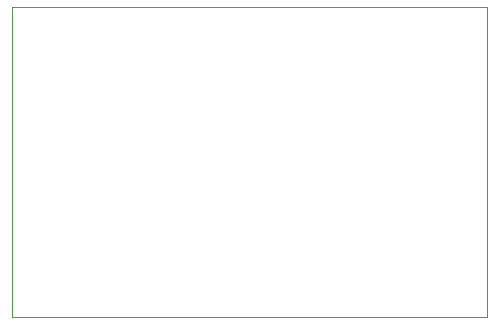
<source format=gbr>
%TF.GenerationSoftware,KiCad,Pcbnew,8.0.5*%
%TF.CreationDate,2024-11-11T00:13:19-08:00*%
%TF.ProjectId,Switch Lock,53776974-6368-4204-9c6f-636b2e6b6963,rev?*%
%TF.SameCoordinates,Original*%
%TF.FileFunction,Profile,NP*%
%FSLAX46Y46*%
G04 Gerber Fmt 4.6, Leading zero omitted, Abs format (unit mm)*
G04 Created by KiCad (PCBNEW 8.0.5) date 2024-11-11 00:13:19*
%MOMM*%
%LPD*%
G01*
G04 APERTURE LIST*
%TA.AperFunction,Profile*%
%ADD10C,0.050000*%
%TD*%
G04 APERTURE END LIST*
D10*
X92110000Y-55730000D02*
X132310000Y-55730000D01*
X132310000Y-81940000D01*
X92110000Y-81940000D01*
X92110000Y-55730000D01*
M02*

</source>
